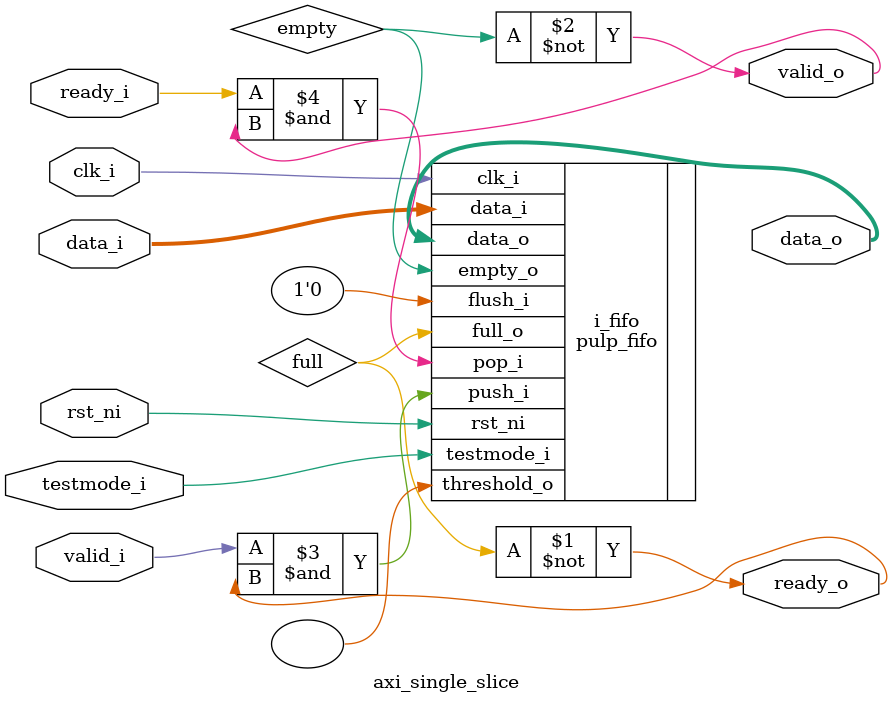
<source format=sv>

module axi_single_slice #(
    parameter int BUFFER_DEPTH = -1,
    parameter int DATA_WIDTH   = -1
) (
    input  logic                  clk_i,    // Clock
    input  logic                  rst_ni,  // Asynchronous reset active low
    input  logic                  testmode_i,
    input  logic                  valid_i,
    output logic                  ready_o,
    input  logic [DATA_WIDTH-1:0] data_i,

    input  logic                  ready_i,
    output logic                  valid_o,
    output logic [DATA_WIDTH-1:0] data_o
);

    logic full, empty;

    assign ready_o = ~full;
    assign valid_o = ~empty;

    pulp_fifo #(
        .FALL_THROUGH ( 1'b0         ),
        .DATA_WIDTH   ( DATA_WIDTH   ),
        .DEPTH        ( BUFFER_DEPTH )
    ) i_fifo (
        .clk_i      ( clk_i             ),
        .rst_ni     ( rst_ni            ),
        .flush_i    ( 1'b0              ),
        .threshold_o (), // NC
        .testmode_i ( testmode_i        ),
        .full_o     ( full              ),
        .empty_o    ( empty             ),
        .data_i     ( data_i            ),
        .push_i     ( valid_i & ready_o ),
        .data_o     ( data_o            ),
        .pop_i      ( ready_i & valid_o )
    );

endmodule

</source>
